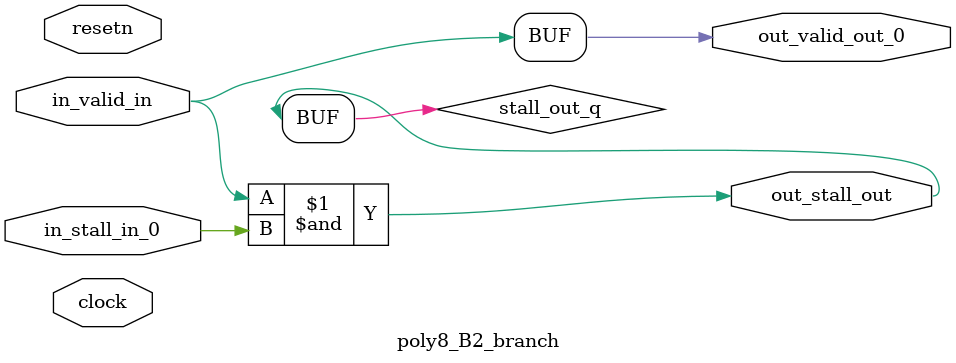
<source format=sv>



(* altera_attribute = "-name AUTO_SHIFT_REGISTER_RECOGNITION OFF; -name MESSAGE_DISABLE 10036; -name MESSAGE_DISABLE 10037; -name MESSAGE_DISABLE 14130; -name MESSAGE_DISABLE 14320; -name MESSAGE_DISABLE 15400; -name MESSAGE_DISABLE 14130; -name MESSAGE_DISABLE 10036; -name MESSAGE_DISABLE 12020; -name MESSAGE_DISABLE 12030; -name MESSAGE_DISABLE 12010; -name MESSAGE_DISABLE 12110; -name MESSAGE_DISABLE 14320; -name MESSAGE_DISABLE 13410; -name MESSAGE_DISABLE 113007; -name MESSAGE_DISABLE 10958" *)
module poly8_B2_branch (
    input wire [0:0] in_stall_in_0,
    input wire [0:0] in_valid_in,
    output wire [0:0] out_stall_out,
    output wire [0:0] out_valid_out_0,
    input wire clock,
    input wire resetn
    );

    wire [0:0] stall_out_q;


    // stall_out(LOGICAL,6)
    assign stall_out_q = in_valid_in & in_stall_in_0;

    // out_stall_out(GPOUT,4)
    assign out_stall_out = stall_out_q;

    // out_valid_out_0(GPOUT,5)
    assign out_valid_out_0 = in_valid_in;

endmodule

</source>
